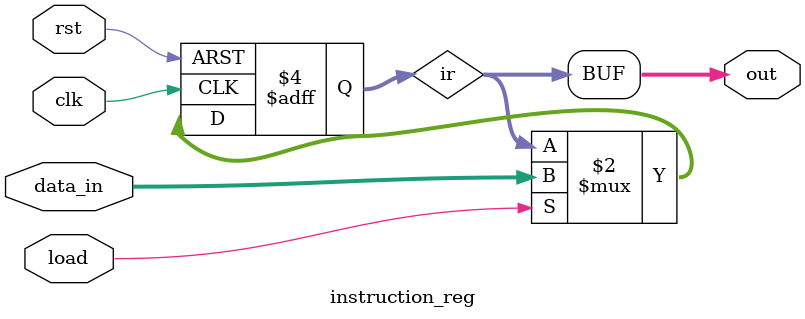
<source format=v>
`timescale 1ns / 1ps

module instruction_reg(
	input wire clk,
	input wire rst,
	input wire load,
	input wire [7:0] data_in,
	output wire [7:0] out
);

    reg[7:0] ir;
    
    always @(posedge clk, posedge rst) begin
        if (rst) begin
            ir <= 8'b0;
        end else if (load) begin
            ir <= data_in;
        end
    end
    
    assign out = ir;

endmodule


</source>
